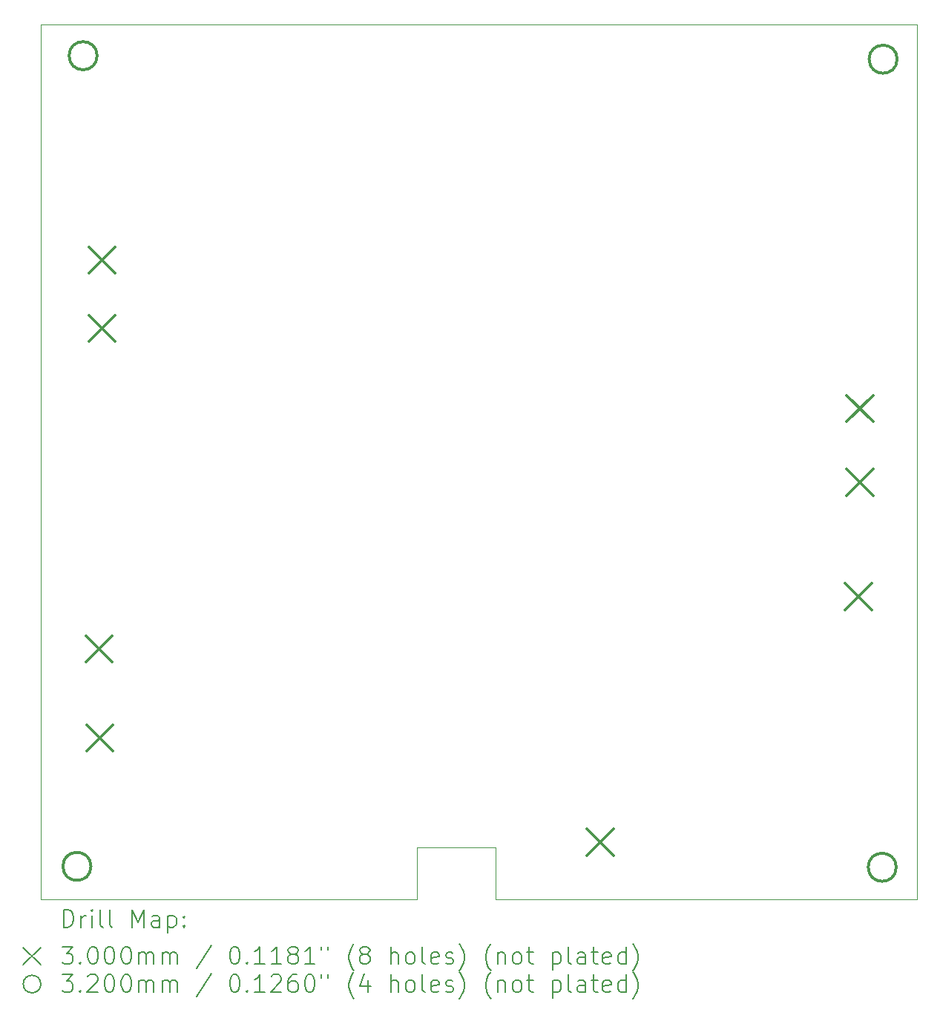
<source format=gbr>
%TF.GenerationSoftware,KiCad,Pcbnew,8.0.0*%
%TF.CreationDate,2024-03-30T13:43:12+01:00*%
%TF.ProjectId,schematic-main_HCU,73636865-6d61-4746-9963-2d6d61696e5f,rev?*%
%TF.SameCoordinates,Original*%
%TF.FileFunction,Drillmap*%
%TF.FilePolarity,Positive*%
%FSLAX45Y45*%
G04 Gerber Fmt 4.5, Leading zero omitted, Abs format (unit mm)*
G04 Created by KiCad (PCBNEW 8.0.0) date 2024-03-30 13:43:12*
%MOMM*%
%LPD*%
G01*
G04 APERTURE LIST*
%ADD10C,0.050000*%
%ADD11C,0.200000*%
%ADD12C,0.300000*%
%ADD13C,0.320000*%
G04 APERTURE END LIST*
D10*
X9190000Y-15180000D02*
X4900000Y-15180000D01*
X4900000Y-15180000D02*
X4900000Y-5190000D01*
X9190000Y-14580000D02*
X10090000Y-14580000D01*
X10090000Y-15180000D02*
X14900000Y-15180000D01*
X10090000Y-15180000D02*
X10090000Y-14580000D01*
X14900000Y-5190000D02*
X14900000Y-15180000D01*
X14900000Y-5190000D02*
X4900000Y-5190000D01*
X9190000Y-15180000D02*
X9190000Y-14580000D01*
D11*
D12*
X5410000Y-12170000D02*
X5710000Y-12470000D01*
X5710000Y-12170000D02*
X5410000Y-12470000D01*
X5422190Y-13185000D02*
X5722190Y-13485000D01*
X5722190Y-13185000D02*
X5422190Y-13485000D01*
X5447500Y-7730000D02*
X5747500Y-8030000D01*
X5747500Y-7730000D02*
X5447500Y-8030000D01*
X5447500Y-8510000D02*
X5747500Y-8810000D01*
X5747500Y-8510000D02*
X5447500Y-8810000D01*
X11131575Y-14372810D02*
X11431575Y-14672810D01*
X11431575Y-14372810D02*
X11131575Y-14672810D01*
X14077810Y-11573425D02*
X14377810Y-11873425D01*
X14377810Y-11573425D02*
X14077810Y-11873425D01*
X14096520Y-9426850D02*
X14396520Y-9726850D01*
X14396520Y-9426850D02*
X14096520Y-9726850D01*
X14096520Y-10266850D02*
X14396520Y-10566850D01*
X14396520Y-10266850D02*
X14096520Y-10566850D01*
D13*
X5470000Y-14800000D02*
G75*
G02*
X5150000Y-14800000I-160000J0D01*
G01*
X5150000Y-14800000D02*
G75*
G02*
X5470000Y-14800000I160000J0D01*
G01*
X5540000Y-5550000D02*
G75*
G02*
X5220000Y-5550000I-160000J0D01*
G01*
X5220000Y-5550000D02*
G75*
G02*
X5540000Y-5550000I160000J0D01*
G01*
X14660000Y-14810000D02*
G75*
G02*
X14340000Y-14810000I-160000J0D01*
G01*
X14340000Y-14810000D02*
G75*
G02*
X14660000Y-14810000I160000J0D01*
G01*
X14670000Y-5590000D02*
G75*
G02*
X14350000Y-5590000I-160000J0D01*
G01*
X14350000Y-5590000D02*
G75*
G02*
X14670000Y-5590000I160000J0D01*
G01*
D11*
X5158277Y-15493984D02*
X5158277Y-15293984D01*
X5158277Y-15293984D02*
X5205896Y-15293984D01*
X5205896Y-15293984D02*
X5234467Y-15303508D01*
X5234467Y-15303508D02*
X5253515Y-15322555D01*
X5253515Y-15322555D02*
X5263039Y-15341603D01*
X5263039Y-15341603D02*
X5272563Y-15379698D01*
X5272563Y-15379698D02*
X5272563Y-15408269D01*
X5272563Y-15408269D02*
X5263039Y-15446365D01*
X5263039Y-15446365D02*
X5253515Y-15465412D01*
X5253515Y-15465412D02*
X5234467Y-15484460D01*
X5234467Y-15484460D02*
X5205896Y-15493984D01*
X5205896Y-15493984D02*
X5158277Y-15493984D01*
X5358277Y-15493984D02*
X5358277Y-15360650D01*
X5358277Y-15398746D02*
X5367801Y-15379698D01*
X5367801Y-15379698D02*
X5377324Y-15370174D01*
X5377324Y-15370174D02*
X5396372Y-15360650D01*
X5396372Y-15360650D02*
X5415420Y-15360650D01*
X5482086Y-15493984D02*
X5482086Y-15360650D01*
X5482086Y-15293984D02*
X5472563Y-15303508D01*
X5472563Y-15303508D02*
X5482086Y-15313031D01*
X5482086Y-15313031D02*
X5491610Y-15303508D01*
X5491610Y-15303508D02*
X5482086Y-15293984D01*
X5482086Y-15293984D02*
X5482086Y-15313031D01*
X5605896Y-15493984D02*
X5586848Y-15484460D01*
X5586848Y-15484460D02*
X5577324Y-15465412D01*
X5577324Y-15465412D02*
X5577324Y-15293984D01*
X5710658Y-15493984D02*
X5691610Y-15484460D01*
X5691610Y-15484460D02*
X5682086Y-15465412D01*
X5682086Y-15465412D02*
X5682086Y-15293984D01*
X5939229Y-15493984D02*
X5939229Y-15293984D01*
X5939229Y-15293984D02*
X6005896Y-15436841D01*
X6005896Y-15436841D02*
X6072562Y-15293984D01*
X6072562Y-15293984D02*
X6072562Y-15493984D01*
X6253515Y-15493984D02*
X6253515Y-15389222D01*
X6253515Y-15389222D02*
X6243991Y-15370174D01*
X6243991Y-15370174D02*
X6224943Y-15360650D01*
X6224943Y-15360650D02*
X6186848Y-15360650D01*
X6186848Y-15360650D02*
X6167801Y-15370174D01*
X6253515Y-15484460D02*
X6234467Y-15493984D01*
X6234467Y-15493984D02*
X6186848Y-15493984D01*
X6186848Y-15493984D02*
X6167801Y-15484460D01*
X6167801Y-15484460D02*
X6158277Y-15465412D01*
X6158277Y-15465412D02*
X6158277Y-15446365D01*
X6158277Y-15446365D02*
X6167801Y-15427317D01*
X6167801Y-15427317D02*
X6186848Y-15417793D01*
X6186848Y-15417793D02*
X6234467Y-15417793D01*
X6234467Y-15417793D02*
X6253515Y-15408269D01*
X6348753Y-15360650D02*
X6348753Y-15560650D01*
X6348753Y-15370174D02*
X6367801Y-15360650D01*
X6367801Y-15360650D02*
X6405896Y-15360650D01*
X6405896Y-15360650D02*
X6424943Y-15370174D01*
X6424943Y-15370174D02*
X6434467Y-15379698D01*
X6434467Y-15379698D02*
X6443991Y-15398746D01*
X6443991Y-15398746D02*
X6443991Y-15455888D01*
X6443991Y-15455888D02*
X6434467Y-15474936D01*
X6434467Y-15474936D02*
X6424943Y-15484460D01*
X6424943Y-15484460D02*
X6405896Y-15493984D01*
X6405896Y-15493984D02*
X6367801Y-15493984D01*
X6367801Y-15493984D02*
X6348753Y-15484460D01*
X6529705Y-15474936D02*
X6539229Y-15484460D01*
X6539229Y-15484460D02*
X6529705Y-15493984D01*
X6529705Y-15493984D02*
X6520182Y-15484460D01*
X6520182Y-15484460D02*
X6529705Y-15474936D01*
X6529705Y-15474936D02*
X6529705Y-15493984D01*
X6529705Y-15370174D02*
X6539229Y-15379698D01*
X6539229Y-15379698D02*
X6529705Y-15389222D01*
X6529705Y-15389222D02*
X6520182Y-15379698D01*
X6520182Y-15379698D02*
X6529705Y-15370174D01*
X6529705Y-15370174D02*
X6529705Y-15389222D01*
X4697500Y-15722500D02*
X4897500Y-15922500D01*
X4897500Y-15722500D02*
X4697500Y-15922500D01*
X5139229Y-15713984D02*
X5263039Y-15713984D01*
X5263039Y-15713984D02*
X5196372Y-15790174D01*
X5196372Y-15790174D02*
X5224944Y-15790174D01*
X5224944Y-15790174D02*
X5243991Y-15799698D01*
X5243991Y-15799698D02*
X5253515Y-15809222D01*
X5253515Y-15809222D02*
X5263039Y-15828269D01*
X5263039Y-15828269D02*
X5263039Y-15875888D01*
X5263039Y-15875888D02*
X5253515Y-15894936D01*
X5253515Y-15894936D02*
X5243991Y-15904460D01*
X5243991Y-15904460D02*
X5224944Y-15913984D01*
X5224944Y-15913984D02*
X5167801Y-15913984D01*
X5167801Y-15913984D02*
X5148753Y-15904460D01*
X5148753Y-15904460D02*
X5139229Y-15894936D01*
X5348753Y-15894936D02*
X5358277Y-15904460D01*
X5358277Y-15904460D02*
X5348753Y-15913984D01*
X5348753Y-15913984D02*
X5339229Y-15904460D01*
X5339229Y-15904460D02*
X5348753Y-15894936D01*
X5348753Y-15894936D02*
X5348753Y-15913984D01*
X5482086Y-15713984D02*
X5501134Y-15713984D01*
X5501134Y-15713984D02*
X5520182Y-15723508D01*
X5520182Y-15723508D02*
X5529705Y-15733031D01*
X5529705Y-15733031D02*
X5539229Y-15752079D01*
X5539229Y-15752079D02*
X5548753Y-15790174D01*
X5548753Y-15790174D02*
X5548753Y-15837793D01*
X5548753Y-15837793D02*
X5539229Y-15875888D01*
X5539229Y-15875888D02*
X5529705Y-15894936D01*
X5529705Y-15894936D02*
X5520182Y-15904460D01*
X5520182Y-15904460D02*
X5501134Y-15913984D01*
X5501134Y-15913984D02*
X5482086Y-15913984D01*
X5482086Y-15913984D02*
X5463039Y-15904460D01*
X5463039Y-15904460D02*
X5453515Y-15894936D01*
X5453515Y-15894936D02*
X5443991Y-15875888D01*
X5443991Y-15875888D02*
X5434467Y-15837793D01*
X5434467Y-15837793D02*
X5434467Y-15790174D01*
X5434467Y-15790174D02*
X5443991Y-15752079D01*
X5443991Y-15752079D02*
X5453515Y-15733031D01*
X5453515Y-15733031D02*
X5463039Y-15723508D01*
X5463039Y-15723508D02*
X5482086Y-15713984D01*
X5672562Y-15713984D02*
X5691610Y-15713984D01*
X5691610Y-15713984D02*
X5710658Y-15723508D01*
X5710658Y-15723508D02*
X5720182Y-15733031D01*
X5720182Y-15733031D02*
X5729705Y-15752079D01*
X5729705Y-15752079D02*
X5739229Y-15790174D01*
X5739229Y-15790174D02*
X5739229Y-15837793D01*
X5739229Y-15837793D02*
X5729705Y-15875888D01*
X5729705Y-15875888D02*
X5720182Y-15894936D01*
X5720182Y-15894936D02*
X5710658Y-15904460D01*
X5710658Y-15904460D02*
X5691610Y-15913984D01*
X5691610Y-15913984D02*
X5672562Y-15913984D01*
X5672562Y-15913984D02*
X5653515Y-15904460D01*
X5653515Y-15904460D02*
X5643991Y-15894936D01*
X5643991Y-15894936D02*
X5634467Y-15875888D01*
X5634467Y-15875888D02*
X5624943Y-15837793D01*
X5624943Y-15837793D02*
X5624943Y-15790174D01*
X5624943Y-15790174D02*
X5634467Y-15752079D01*
X5634467Y-15752079D02*
X5643991Y-15733031D01*
X5643991Y-15733031D02*
X5653515Y-15723508D01*
X5653515Y-15723508D02*
X5672562Y-15713984D01*
X5863039Y-15713984D02*
X5882086Y-15713984D01*
X5882086Y-15713984D02*
X5901134Y-15723508D01*
X5901134Y-15723508D02*
X5910658Y-15733031D01*
X5910658Y-15733031D02*
X5920182Y-15752079D01*
X5920182Y-15752079D02*
X5929705Y-15790174D01*
X5929705Y-15790174D02*
X5929705Y-15837793D01*
X5929705Y-15837793D02*
X5920182Y-15875888D01*
X5920182Y-15875888D02*
X5910658Y-15894936D01*
X5910658Y-15894936D02*
X5901134Y-15904460D01*
X5901134Y-15904460D02*
X5882086Y-15913984D01*
X5882086Y-15913984D02*
X5863039Y-15913984D01*
X5863039Y-15913984D02*
X5843991Y-15904460D01*
X5843991Y-15904460D02*
X5834467Y-15894936D01*
X5834467Y-15894936D02*
X5824943Y-15875888D01*
X5824943Y-15875888D02*
X5815420Y-15837793D01*
X5815420Y-15837793D02*
X5815420Y-15790174D01*
X5815420Y-15790174D02*
X5824943Y-15752079D01*
X5824943Y-15752079D02*
X5834467Y-15733031D01*
X5834467Y-15733031D02*
X5843991Y-15723508D01*
X5843991Y-15723508D02*
X5863039Y-15713984D01*
X6015420Y-15913984D02*
X6015420Y-15780650D01*
X6015420Y-15799698D02*
X6024943Y-15790174D01*
X6024943Y-15790174D02*
X6043991Y-15780650D01*
X6043991Y-15780650D02*
X6072563Y-15780650D01*
X6072563Y-15780650D02*
X6091610Y-15790174D01*
X6091610Y-15790174D02*
X6101134Y-15809222D01*
X6101134Y-15809222D02*
X6101134Y-15913984D01*
X6101134Y-15809222D02*
X6110658Y-15790174D01*
X6110658Y-15790174D02*
X6129705Y-15780650D01*
X6129705Y-15780650D02*
X6158277Y-15780650D01*
X6158277Y-15780650D02*
X6177324Y-15790174D01*
X6177324Y-15790174D02*
X6186848Y-15809222D01*
X6186848Y-15809222D02*
X6186848Y-15913984D01*
X6282086Y-15913984D02*
X6282086Y-15780650D01*
X6282086Y-15799698D02*
X6291610Y-15790174D01*
X6291610Y-15790174D02*
X6310658Y-15780650D01*
X6310658Y-15780650D02*
X6339229Y-15780650D01*
X6339229Y-15780650D02*
X6358277Y-15790174D01*
X6358277Y-15790174D02*
X6367801Y-15809222D01*
X6367801Y-15809222D02*
X6367801Y-15913984D01*
X6367801Y-15809222D02*
X6377324Y-15790174D01*
X6377324Y-15790174D02*
X6396372Y-15780650D01*
X6396372Y-15780650D02*
X6424943Y-15780650D01*
X6424943Y-15780650D02*
X6443991Y-15790174D01*
X6443991Y-15790174D02*
X6453515Y-15809222D01*
X6453515Y-15809222D02*
X6453515Y-15913984D01*
X6843991Y-15704460D02*
X6672563Y-15961603D01*
X7101134Y-15713984D02*
X7120182Y-15713984D01*
X7120182Y-15713984D02*
X7139229Y-15723508D01*
X7139229Y-15723508D02*
X7148753Y-15733031D01*
X7148753Y-15733031D02*
X7158277Y-15752079D01*
X7158277Y-15752079D02*
X7167801Y-15790174D01*
X7167801Y-15790174D02*
X7167801Y-15837793D01*
X7167801Y-15837793D02*
X7158277Y-15875888D01*
X7158277Y-15875888D02*
X7148753Y-15894936D01*
X7148753Y-15894936D02*
X7139229Y-15904460D01*
X7139229Y-15904460D02*
X7120182Y-15913984D01*
X7120182Y-15913984D02*
X7101134Y-15913984D01*
X7101134Y-15913984D02*
X7082086Y-15904460D01*
X7082086Y-15904460D02*
X7072563Y-15894936D01*
X7072563Y-15894936D02*
X7063039Y-15875888D01*
X7063039Y-15875888D02*
X7053515Y-15837793D01*
X7053515Y-15837793D02*
X7053515Y-15790174D01*
X7053515Y-15790174D02*
X7063039Y-15752079D01*
X7063039Y-15752079D02*
X7072563Y-15733031D01*
X7072563Y-15733031D02*
X7082086Y-15723508D01*
X7082086Y-15723508D02*
X7101134Y-15713984D01*
X7253515Y-15894936D02*
X7263039Y-15904460D01*
X7263039Y-15904460D02*
X7253515Y-15913984D01*
X7253515Y-15913984D02*
X7243991Y-15904460D01*
X7243991Y-15904460D02*
X7253515Y-15894936D01*
X7253515Y-15894936D02*
X7253515Y-15913984D01*
X7453515Y-15913984D02*
X7339229Y-15913984D01*
X7396372Y-15913984D02*
X7396372Y-15713984D01*
X7396372Y-15713984D02*
X7377325Y-15742555D01*
X7377325Y-15742555D02*
X7358277Y-15761603D01*
X7358277Y-15761603D02*
X7339229Y-15771127D01*
X7643991Y-15913984D02*
X7529706Y-15913984D01*
X7586848Y-15913984D02*
X7586848Y-15713984D01*
X7586848Y-15713984D02*
X7567801Y-15742555D01*
X7567801Y-15742555D02*
X7548753Y-15761603D01*
X7548753Y-15761603D02*
X7529706Y-15771127D01*
X7758277Y-15799698D02*
X7739229Y-15790174D01*
X7739229Y-15790174D02*
X7729706Y-15780650D01*
X7729706Y-15780650D02*
X7720182Y-15761603D01*
X7720182Y-15761603D02*
X7720182Y-15752079D01*
X7720182Y-15752079D02*
X7729706Y-15733031D01*
X7729706Y-15733031D02*
X7739229Y-15723508D01*
X7739229Y-15723508D02*
X7758277Y-15713984D01*
X7758277Y-15713984D02*
X7796372Y-15713984D01*
X7796372Y-15713984D02*
X7815420Y-15723508D01*
X7815420Y-15723508D02*
X7824944Y-15733031D01*
X7824944Y-15733031D02*
X7834467Y-15752079D01*
X7834467Y-15752079D02*
X7834467Y-15761603D01*
X7834467Y-15761603D02*
X7824944Y-15780650D01*
X7824944Y-15780650D02*
X7815420Y-15790174D01*
X7815420Y-15790174D02*
X7796372Y-15799698D01*
X7796372Y-15799698D02*
X7758277Y-15799698D01*
X7758277Y-15799698D02*
X7739229Y-15809222D01*
X7739229Y-15809222D02*
X7729706Y-15818746D01*
X7729706Y-15818746D02*
X7720182Y-15837793D01*
X7720182Y-15837793D02*
X7720182Y-15875888D01*
X7720182Y-15875888D02*
X7729706Y-15894936D01*
X7729706Y-15894936D02*
X7739229Y-15904460D01*
X7739229Y-15904460D02*
X7758277Y-15913984D01*
X7758277Y-15913984D02*
X7796372Y-15913984D01*
X7796372Y-15913984D02*
X7815420Y-15904460D01*
X7815420Y-15904460D02*
X7824944Y-15894936D01*
X7824944Y-15894936D02*
X7834467Y-15875888D01*
X7834467Y-15875888D02*
X7834467Y-15837793D01*
X7834467Y-15837793D02*
X7824944Y-15818746D01*
X7824944Y-15818746D02*
X7815420Y-15809222D01*
X7815420Y-15809222D02*
X7796372Y-15799698D01*
X8024944Y-15913984D02*
X7910658Y-15913984D01*
X7967801Y-15913984D02*
X7967801Y-15713984D01*
X7967801Y-15713984D02*
X7948753Y-15742555D01*
X7948753Y-15742555D02*
X7929706Y-15761603D01*
X7929706Y-15761603D02*
X7910658Y-15771127D01*
X8101134Y-15713984D02*
X8101134Y-15752079D01*
X8177325Y-15713984D02*
X8177325Y-15752079D01*
X8472563Y-15990174D02*
X8463039Y-15980650D01*
X8463039Y-15980650D02*
X8443991Y-15952079D01*
X8443991Y-15952079D02*
X8434468Y-15933031D01*
X8434468Y-15933031D02*
X8424944Y-15904460D01*
X8424944Y-15904460D02*
X8415420Y-15856841D01*
X8415420Y-15856841D02*
X8415420Y-15818746D01*
X8415420Y-15818746D02*
X8424944Y-15771127D01*
X8424944Y-15771127D02*
X8434468Y-15742555D01*
X8434468Y-15742555D02*
X8443991Y-15723508D01*
X8443991Y-15723508D02*
X8463039Y-15694936D01*
X8463039Y-15694936D02*
X8472563Y-15685412D01*
X8577325Y-15799698D02*
X8558277Y-15790174D01*
X8558277Y-15790174D02*
X8548753Y-15780650D01*
X8548753Y-15780650D02*
X8539230Y-15761603D01*
X8539230Y-15761603D02*
X8539230Y-15752079D01*
X8539230Y-15752079D02*
X8548753Y-15733031D01*
X8548753Y-15733031D02*
X8558277Y-15723508D01*
X8558277Y-15723508D02*
X8577325Y-15713984D01*
X8577325Y-15713984D02*
X8615420Y-15713984D01*
X8615420Y-15713984D02*
X8634468Y-15723508D01*
X8634468Y-15723508D02*
X8643991Y-15733031D01*
X8643991Y-15733031D02*
X8653515Y-15752079D01*
X8653515Y-15752079D02*
X8653515Y-15761603D01*
X8653515Y-15761603D02*
X8643991Y-15780650D01*
X8643991Y-15780650D02*
X8634468Y-15790174D01*
X8634468Y-15790174D02*
X8615420Y-15799698D01*
X8615420Y-15799698D02*
X8577325Y-15799698D01*
X8577325Y-15799698D02*
X8558277Y-15809222D01*
X8558277Y-15809222D02*
X8548753Y-15818746D01*
X8548753Y-15818746D02*
X8539230Y-15837793D01*
X8539230Y-15837793D02*
X8539230Y-15875888D01*
X8539230Y-15875888D02*
X8548753Y-15894936D01*
X8548753Y-15894936D02*
X8558277Y-15904460D01*
X8558277Y-15904460D02*
X8577325Y-15913984D01*
X8577325Y-15913984D02*
X8615420Y-15913984D01*
X8615420Y-15913984D02*
X8634468Y-15904460D01*
X8634468Y-15904460D02*
X8643991Y-15894936D01*
X8643991Y-15894936D02*
X8653515Y-15875888D01*
X8653515Y-15875888D02*
X8653515Y-15837793D01*
X8653515Y-15837793D02*
X8643991Y-15818746D01*
X8643991Y-15818746D02*
X8634468Y-15809222D01*
X8634468Y-15809222D02*
X8615420Y-15799698D01*
X8891611Y-15913984D02*
X8891611Y-15713984D01*
X8977325Y-15913984D02*
X8977325Y-15809222D01*
X8977325Y-15809222D02*
X8967801Y-15790174D01*
X8967801Y-15790174D02*
X8948753Y-15780650D01*
X8948753Y-15780650D02*
X8920182Y-15780650D01*
X8920182Y-15780650D02*
X8901134Y-15790174D01*
X8901134Y-15790174D02*
X8891611Y-15799698D01*
X9101134Y-15913984D02*
X9082087Y-15904460D01*
X9082087Y-15904460D02*
X9072563Y-15894936D01*
X9072563Y-15894936D02*
X9063039Y-15875888D01*
X9063039Y-15875888D02*
X9063039Y-15818746D01*
X9063039Y-15818746D02*
X9072563Y-15799698D01*
X9072563Y-15799698D02*
X9082087Y-15790174D01*
X9082087Y-15790174D02*
X9101134Y-15780650D01*
X9101134Y-15780650D02*
X9129706Y-15780650D01*
X9129706Y-15780650D02*
X9148753Y-15790174D01*
X9148753Y-15790174D02*
X9158277Y-15799698D01*
X9158277Y-15799698D02*
X9167801Y-15818746D01*
X9167801Y-15818746D02*
X9167801Y-15875888D01*
X9167801Y-15875888D02*
X9158277Y-15894936D01*
X9158277Y-15894936D02*
X9148753Y-15904460D01*
X9148753Y-15904460D02*
X9129706Y-15913984D01*
X9129706Y-15913984D02*
X9101134Y-15913984D01*
X9282087Y-15913984D02*
X9263039Y-15904460D01*
X9263039Y-15904460D02*
X9253515Y-15885412D01*
X9253515Y-15885412D02*
X9253515Y-15713984D01*
X9434468Y-15904460D02*
X9415420Y-15913984D01*
X9415420Y-15913984D02*
X9377325Y-15913984D01*
X9377325Y-15913984D02*
X9358277Y-15904460D01*
X9358277Y-15904460D02*
X9348753Y-15885412D01*
X9348753Y-15885412D02*
X9348753Y-15809222D01*
X9348753Y-15809222D02*
X9358277Y-15790174D01*
X9358277Y-15790174D02*
X9377325Y-15780650D01*
X9377325Y-15780650D02*
X9415420Y-15780650D01*
X9415420Y-15780650D02*
X9434468Y-15790174D01*
X9434468Y-15790174D02*
X9443992Y-15809222D01*
X9443992Y-15809222D02*
X9443992Y-15828269D01*
X9443992Y-15828269D02*
X9348753Y-15847317D01*
X9520182Y-15904460D02*
X9539230Y-15913984D01*
X9539230Y-15913984D02*
X9577325Y-15913984D01*
X9577325Y-15913984D02*
X9596373Y-15904460D01*
X9596373Y-15904460D02*
X9605896Y-15885412D01*
X9605896Y-15885412D02*
X9605896Y-15875888D01*
X9605896Y-15875888D02*
X9596373Y-15856841D01*
X9596373Y-15856841D02*
X9577325Y-15847317D01*
X9577325Y-15847317D02*
X9548753Y-15847317D01*
X9548753Y-15847317D02*
X9529706Y-15837793D01*
X9529706Y-15837793D02*
X9520182Y-15818746D01*
X9520182Y-15818746D02*
X9520182Y-15809222D01*
X9520182Y-15809222D02*
X9529706Y-15790174D01*
X9529706Y-15790174D02*
X9548753Y-15780650D01*
X9548753Y-15780650D02*
X9577325Y-15780650D01*
X9577325Y-15780650D02*
X9596373Y-15790174D01*
X9672563Y-15990174D02*
X9682087Y-15980650D01*
X9682087Y-15980650D02*
X9701134Y-15952079D01*
X9701134Y-15952079D02*
X9710658Y-15933031D01*
X9710658Y-15933031D02*
X9720182Y-15904460D01*
X9720182Y-15904460D02*
X9729706Y-15856841D01*
X9729706Y-15856841D02*
X9729706Y-15818746D01*
X9729706Y-15818746D02*
X9720182Y-15771127D01*
X9720182Y-15771127D02*
X9710658Y-15742555D01*
X9710658Y-15742555D02*
X9701134Y-15723508D01*
X9701134Y-15723508D02*
X9682087Y-15694936D01*
X9682087Y-15694936D02*
X9672563Y-15685412D01*
X10034468Y-15990174D02*
X10024944Y-15980650D01*
X10024944Y-15980650D02*
X10005896Y-15952079D01*
X10005896Y-15952079D02*
X9996373Y-15933031D01*
X9996373Y-15933031D02*
X9986849Y-15904460D01*
X9986849Y-15904460D02*
X9977325Y-15856841D01*
X9977325Y-15856841D02*
X9977325Y-15818746D01*
X9977325Y-15818746D02*
X9986849Y-15771127D01*
X9986849Y-15771127D02*
X9996373Y-15742555D01*
X9996373Y-15742555D02*
X10005896Y-15723508D01*
X10005896Y-15723508D02*
X10024944Y-15694936D01*
X10024944Y-15694936D02*
X10034468Y-15685412D01*
X10110658Y-15780650D02*
X10110658Y-15913984D01*
X10110658Y-15799698D02*
X10120182Y-15790174D01*
X10120182Y-15790174D02*
X10139230Y-15780650D01*
X10139230Y-15780650D02*
X10167801Y-15780650D01*
X10167801Y-15780650D02*
X10186849Y-15790174D01*
X10186849Y-15790174D02*
X10196373Y-15809222D01*
X10196373Y-15809222D02*
X10196373Y-15913984D01*
X10320182Y-15913984D02*
X10301134Y-15904460D01*
X10301134Y-15904460D02*
X10291611Y-15894936D01*
X10291611Y-15894936D02*
X10282087Y-15875888D01*
X10282087Y-15875888D02*
X10282087Y-15818746D01*
X10282087Y-15818746D02*
X10291611Y-15799698D01*
X10291611Y-15799698D02*
X10301134Y-15790174D01*
X10301134Y-15790174D02*
X10320182Y-15780650D01*
X10320182Y-15780650D02*
X10348754Y-15780650D01*
X10348754Y-15780650D02*
X10367801Y-15790174D01*
X10367801Y-15790174D02*
X10377325Y-15799698D01*
X10377325Y-15799698D02*
X10386849Y-15818746D01*
X10386849Y-15818746D02*
X10386849Y-15875888D01*
X10386849Y-15875888D02*
X10377325Y-15894936D01*
X10377325Y-15894936D02*
X10367801Y-15904460D01*
X10367801Y-15904460D02*
X10348754Y-15913984D01*
X10348754Y-15913984D02*
X10320182Y-15913984D01*
X10443992Y-15780650D02*
X10520182Y-15780650D01*
X10472563Y-15713984D02*
X10472563Y-15885412D01*
X10472563Y-15885412D02*
X10482087Y-15904460D01*
X10482087Y-15904460D02*
X10501134Y-15913984D01*
X10501134Y-15913984D02*
X10520182Y-15913984D01*
X10739230Y-15780650D02*
X10739230Y-15980650D01*
X10739230Y-15790174D02*
X10758277Y-15780650D01*
X10758277Y-15780650D02*
X10796373Y-15780650D01*
X10796373Y-15780650D02*
X10815420Y-15790174D01*
X10815420Y-15790174D02*
X10824944Y-15799698D01*
X10824944Y-15799698D02*
X10834468Y-15818746D01*
X10834468Y-15818746D02*
X10834468Y-15875888D01*
X10834468Y-15875888D02*
X10824944Y-15894936D01*
X10824944Y-15894936D02*
X10815420Y-15904460D01*
X10815420Y-15904460D02*
X10796373Y-15913984D01*
X10796373Y-15913984D02*
X10758277Y-15913984D01*
X10758277Y-15913984D02*
X10739230Y-15904460D01*
X10948754Y-15913984D02*
X10929706Y-15904460D01*
X10929706Y-15904460D02*
X10920182Y-15885412D01*
X10920182Y-15885412D02*
X10920182Y-15713984D01*
X11110658Y-15913984D02*
X11110658Y-15809222D01*
X11110658Y-15809222D02*
X11101135Y-15790174D01*
X11101135Y-15790174D02*
X11082087Y-15780650D01*
X11082087Y-15780650D02*
X11043992Y-15780650D01*
X11043992Y-15780650D02*
X11024944Y-15790174D01*
X11110658Y-15904460D02*
X11091611Y-15913984D01*
X11091611Y-15913984D02*
X11043992Y-15913984D01*
X11043992Y-15913984D02*
X11024944Y-15904460D01*
X11024944Y-15904460D02*
X11015420Y-15885412D01*
X11015420Y-15885412D02*
X11015420Y-15866365D01*
X11015420Y-15866365D02*
X11024944Y-15847317D01*
X11024944Y-15847317D02*
X11043992Y-15837793D01*
X11043992Y-15837793D02*
X11091611Y-15837793D01*
X11091611Y-15837793D02*
X11110658Y-15828269D01*
X11177325Y-15780650D02*
X11253515Y-15780650D01*
X11205896Y-15713984D02*
X11205896Y-15885412D01*
X11205896Y-15885412D02*
X11215420Y-15904460D01*
X11215420Y-15904460D02*
X11234468Y-15913984D01*
X11234468Y-15913984D02*
X11253515Y-15913984D01*
X11396373Y-15904460D02*
X11377325Y-15913984D01*
X11377325Y-15913984D02*
X11339230Y-15913984D01*
X11339230Y-15913984D02*
X11320182Y-15904460D01*
X11320182Y-15904460D02*
X11310658Y-15885412D01*
X11310658Y-15885412D02*
X11310658Y-15809222D01*
X11310658Y-15809222D02*
X11320182Y-15790174D01*
X11320182Y-15790174D02*
X11339230Y-15780650D01*
X11339230Y-15780650D02*
X11377325Y-15780650D01*
X11377325Y-15780650D02*
X11396373Y-15790174D01*
X11396373Y-15790174D02*
X11405896Y-15809222D01*
X11405896Y-15809222D02*
X11405896Y-15828269D01*
X11405896Y-15828269D02*
X11310658Y-15847317D01*
X11577325Y-15913984D02*
X11577325Y-15713984D01*
X11577325Y-15904460D02*
X11558277Y-15913984D01*
X11558277Y-15913984D02*
X11520182Y-15913984D01*
X11520182Y-15913984D02*
X11501134Y-15904460D01*
X11501134Y-15904460D02*
X11491611Y-15894936D01*
X11491611Y-15894936D02*
X11482087Y-15875888D01*
X11482087Y-15875888D02*
X11482087Y-15818746D01*
X11482087Y-15818746D02*
X11491611Y-15799698D01*
X11491611Y-15799698D02*
X11501134Y-15790174D01*
X11501134Y-15790174D02*
X11520182Y-15780650D01*
X11520182Y-15780650D02*
X11558277Y-15780650D01*
X11558277Y-15780650D02*
X11577325Y-15790174D01*
X11653515Y-15990174D02*
X11663039Y-15980650D01*
X11663039Y-15980650D02*
X11682087Y-15952079D01*
X11682087Y-15952079D02*
X11691611Y-15933031D01*
X11691611Y-15933031D02*
X11701134Y-15904460D01*
X11701134Y-15904460D02*
X11710658Y-15856841D01*
X11710658Y-15856841D02*
X11710658Y-15818746D01*
X11710658Y-15818746D02*
X11701134Y-15771127D01*
X11701134Y-15771127D02*
X11691611Y-15742555D01*
X11691611Y-15742555D02*
X11682087Y-15723508D01*
X11682087Y-15723508D02*
X11663039Y-15694936D01*
X11663039Y-15694936D02*
X11653515Y-15685412D01*
X4897500Y-16142500D02*
G75*
G02*
X4697500Y-16142500I-100000J0D01*
G01*
X4697500Y-16142500D02*
G75*
G02*
X4897500Y-16142500I100000J0D01*
G01*
X5139229Y-16033984D02*
X5263039Y-16033984D01*
X5263039Y-16033984D02*
X5196372Y-16110174D01*
X5196372Y-16110174D02*
X5224944Y-16110174D01*
X5224944Y-16110174D02*
X5243991Y-16119698D01*
X5243991Y-16119698D02*
X5253515Y-16129222D01*
X5253515Y-16129222D02*
X5263039Y-16148269D01*
X5263039Y-16148269D02*
X5263039Y-16195888D01*
X5263039Y-16195888D02*
X5253515Y-16214936D01*
X5253515Y-16214936D02*
X5243991Y-16224460D01*
X5243991Y-16224460D02*
X5224944Y-16233984D01*
X5224944Y-16233984D02*
X5167801Y-16233984D01*
X5167801Y-16233984D02*
X5148753Y-16224460D01*
X5148753Y-16224460D02*
X5139229Y-16214936D01*
X5348753Y-16214936D02*
X5358277Y-16224460D01*
X5358277Y-16224460D02*
X5348753Y-16233984D01*
X5348753Y-16233984D02*
X5339229Y-16224460D01*
X5339229Y-16224460D02*
X5348753Y-16214936D01*
X5348753Y-16214936D02*
X5348753Y-16233984D01*
X5434467Y-16053031D02*
X5443991Y-16043508D01*
X5443991Y-16043508D02*
X5463039Y-16033984D01*
X5463039Y-16033984D02*
X5510658Y-16033984D01*
X5510658Y-16033984D02*
X5529705Y-16043508D01*
X5529705Y-16043508D02*
X5539229Y-16053031D01*
X5539229Y-16053031D02*
X5548753Y-16072079D01*
X5548753Y-16072079D02*
X5548753Y-16091127D01*
X5548753Y-16091127D02*
X5539229Y-16119698D01*
X5539229Y-16119698D02*
X5424944Y-16233984D01*
X5424944Y-16233984D02*
X5548753Y-16233984D01*
X5672562Y-16033984D02*
X5691610Y-16033984D01*
X5691610Y-16033984D02*
X5710658Y-16043508D01*
X5710658Y-16043508D02*
X5720182Y-16053031D01*
X5720182Y-16053031D02*
X5729705Y-16072079D01*
X5729705Y-16072079D02*
X5739229Y-16110174D01*
X5739229Y-16110174D02*
X5739229Y-16157793D01*
X5739229Y-16157793D02*
X5729705Y-16195888D01*
X5729705Y-16195888D02*
X5720182Y-16214936D01*
X5720182Y-16214936D02*
X5710658Y-16224460D01*
X5710658Y-16224460D02*
X5691610Y-16233984D01*
X5691610Y-16233984D02*
X5672562Y-16233984D01*
X5672562Y-16233984D02*
X5653515Y-16224460D01*
X5653515Y-16224460D02*
X5643991Y-16214936D01*
X5643991Y-16214936D02*
X5634467Y-16195888D01*
X5634467Y-16195888D02*
X5624943Y-16157793D01*
X5624943Y-16157793D02*
X5624943Y-16110174D01*
X5624943Y-16110174D02*
X5634467Y-16072079D01*
X5634467Y-16072079D02*
X5643991Y-16053031D01*
X5643991Y-16053031D02*
X5653515Y-16043508D01*
X5653515Y-16043508D02*
X5672562Y-16033984D01*
X5863039Y-16033984D02*
X5882086Y-16033984D01*
X5882086Y-16033984D02*
X5901134Y-16043508D01*
X5901134Y-16043508D02*
X5910658Y-16053031D01*
X5910658Y-16053031D02*
X5920182Y-16072079D01*
X5920182Y-16072079D02*
X5929705Y-16110174D01*
X5929705Y-16110174D02*
X5929705Y-16157793D01*
X5929705Y-16157793D02*
X5920182Y-16195888D01*
X5920182Y-16195888D02*
X5910658Y-16214936D01*
X5910658Y-16214936D02*
X5901134Y-16224460D01*
X5901134Y-16224460D02*
X5882086Y-16233984D01*
X5882086Y-16233984D02*
X5863039Y-16233984D01*
X5863039Y-16233984D02*
X5843991Y-16224460D01*
X5843991Y-16224460D02*
X5834467Y-16214936D01*
X5834467Y-16214936D02*
X5824943Y-16195888D01*
X5824943Y-16195888D02*
X5815420Y-16157793D01*
X5815420Y-16157793D02*
X5815420Y-16110174D01*
X5815420Y-16110174D02*
X5824943Y-16072079D01*
X5824943Y-16072079D02*
X5834467Y-16053031D01*
X5834467Y-16053031D02*
X5843991Y-16043508D01*
X5843991Y-16043508D02*
X5863039Y-16033984D01*
X6015420Y-16233984D02*
X6015420Y-16100650D01*
X6015420Y-16119698D02*
X6024943Y-16110174D01*
X6024943Y-16110174D02*
X6043991Y-16100650D01*
X6043991Y-16100650D02*
X6072563Y-16100650D01*
X6072563Y-16100650D02*
X6091610Y-16110174D01*
X6091610Y-16110174D02*
X6101134Y-16129222D01*
X6101134Y-16129222D02*
X6101134Y-16233984D01*
X6101134Y-16129222D02*
X6110658Y-16110174D01*
X6110658Y-16110174D02*
X6129705Y-16100650D01*
X6129705Y-16100650D02*
X6158277Y-16100650D01*
X6158277Y-16100650D02*
X6177324Y-16110174D01*
X6177324Y-16110174D02*
X6186848Y-16129222D01*
X6186848Y-16129222D02*
X6186848Y-16233984D01*
X6282086Y-16233984D02*
X6282086Y-16100650D01*
X6282086Y-16119698D02*
X6291610Y-16110174D01*
X6291610Y-16110174D02*
X6310658Y-16100650D01*
X6310658Y-16100650D02*
X6339229Y-16100650D01*
X6339229Y-16100650D02*
X6358277Y-16110174D01*
X6358277Y-16110174D02*
X6367801Y-16129222D01*
X6367801Y-16129222D02*
X6367801Y-16233984D01*
X6367801Y-16129222D02*
X6377324Y-16110174D01*
X6377324Y-16110174D02*
X6396372Y-16100650D01*
X6396372Y-16100650D02*
X6424943Y-16100650D01*
X6424943Y-16100650D02*
X6443991Y-16110174D01*
X6443991Y-16110174D02*
X6453515Y-16129222D01*
X6453515Y-16129222D02*
X6453515Y-16233984D01*
X6843991Y-16024460D02*
X6672563Y-16281603D01*
X7101134Y-16033984D02*
X7120182Y-16033984D01*
X7120182Y-16033984D02*
X7139229Y-16043508D01*
X7139229Y-16043508D02*
X7148753Y-16053031D01*
X7148753Y-16053031D02*
X7158277Y-16072079D01*
X7158277Y-16072079D02*
X7167801Y-16110174D01*
X7167801Y-16110174D02*
X7167801Y-16157793D01*
X7167801Y-16157793D02*
X7158277Y-16195888D01*
X7158277Y-16195888D02*
X7148753Y-16214936D01*
X7148753Y-16214936D02*
X7139229Y-16224460D01*
X7139229Y-16224460D02*
X7120182Y-16233984D01*
X7120182Y-16233984D02*
X7101134Y-16233984D01*
X7101134Y-16233984D02*
X7082086Y-16224460D01*
X7082086Y-16224460D02*
X7072563Y-16214936D01*
X7072563Y-16214936D02*
X7063039Y-16195888D01*
X7063039Y-16195888D02*
X7053515Y-16157793D01*
X7053515Y-16157793D02*
X7053515Y-16110174D01*
X7053515Y-16110174D02*
X7063039Y-16072079D01*
X7063039Y-16072079D02*
X7072563Y-16053031D01*
X7072563Y-16053031D02*
X7082086Y-16043508D01*
X7082086Y-16043508D02*
X7101134Y-16033984D01*
X7253515Y-16214936D02*
X7263039Y-16224460D01*
X7263039Y-16224460D02*
X7253515Y-16233984D01*
X7253515Y-16233984D02*
X7243991Y-16224460D01*
X7243991Y-16224460D02*
X7253515Y-16214936D01*
X7253515Y-16214936D02*
X7253515Y-16233984D01*
X7453515Y-16233984D02*
X7339229Y-16233984D01*
X7396372Y-16233984D02*
X7396372Y-16033984D01*
X7396372Y-16033984D02*
X7377325Y-16062555D01*
X7377325Y-16062555D02*
X7358277Y-16081603D01*
X7358277Y-16081603D02*
X7339229Y-16091127D01*
X7529706Y-16053031D02*
X7539229Y-16043508D01*
X7539229Y-16043508D02*
X7558277Y-16033984D01*
X7558277Y-16033984D02*
X7605896Y-16033984D01*
X7605896Y-16033984D02*
X7624944Y-16043508D01*
X7624944Y-16043508D02*
X7634467Y-16053031D01*
X7634467Y-16053031D02*
X7643991Y-16072079D01*
X7643991Y-16072079D02*
X7643991Y-16091127D01*
X7643991Y-16091127D02*
X7634467Y-16119698D01*
X7634467Y-16119698D02*
X7520182Y-16233984D01*
X7520182Y-16233984D02*
X7643991Y-16233984D01*
X7815420Y-16033984D02*
X7777325Y-16033984D01*
X7777325Y-16033984D02*
X7758277Y-16043508D01*
X7758277Y-16043508D02*
X7748753Y-16053031D01*
X7748753Y-16053031D02*
X7729706Y-16081603D01*
X7729706Y-16081603D02*
X7720182Y-16119698D01*
X7720182Y-16119698D02*
X7720182Y-16195888D01*
X7720182Y-16195888D02*
X7729706Y-16214936D01*
X7729706Y-16214936D02*
X7739229Y-16224460D01*
X7739229Y-16224460D02*
X7758277Y-16233984D01*
X7758277Y-16233984D02*
X7796372Y-16233984D01*
X7796372Y-16233984D02*
X7815420Y-16224460D01*
X7815420Y-16224460D02*
X7824944Y-16214936D01*
X7824944Y-16214936D02*
X7834467Y-16195888D01*
X7834467Y-16195888D02*
X7834467Y-16148269D01*
X7834467Y-16148269D02*
X7824944Y-16129222D01*
X7824944Y-16129222D02*
X7815420Y-16119698D01*
X7815420Y-16119698D02*
X7796372Y-16110174D01*
X7796372Y-16110174D02*
X7758277Y-16110174D01*
X7758277Y-16110174D02*
X7739229Y-16119698D01*
X7739229Y-16119698D02*
X7729706Y-16129222D01*
X7729706Y-16129222D02*
X7720182Y-16148269D01*
X7958277Y-16033984D02*
X7977325Y-16033984D01*
X7977325Y-16033984D02*
X7996372Y-16043508D01*
X7996372Y-16043508D02*
X8005896Y-16053031D01*
X8005896Y-16053031D02*
X8015420Y-16072079D01*
X8015420Y-16072079D02*
X8024944Y-16110174D01*
X8024944Y-16110174D02*
X8024944Y-16157793D01*
X8024944Y-16157793D02*
X8015420Y-16195888D01*
X8015420Y-16195888D02*
X8005896Y-16214936D01*
X8005896Y-16214936D02*
X7996372Y-16224460D01*
X7996372Y-16224460D02*
X7977325Y-16233984D01*
X7977325Y-16233984D02*
X7958277Y-16233984D01*
X7958277Y-16233984D02*
X7939229Y-16224460D01*
X7939229Y-16224460D02*
X7929706Y-16214936D01*
X7929706Y-16214936D02*
X7920182Y-16195888D01*
X7920182Y-16195888D02*
X7910658Y-16157793D01*
X7910658Y-16157793D02*
X7910658Y-16110174D01*
X7910658Y-16110174D02*
X7920182Y-16072079D01*
X7920182Y-16072079D02*
X7929706Y-16053031D01*
X7929706Y-16053031D02*
X7939229Y-16043508D01*
X7939229Y-16043508D02*
X7958277Y-16033984D01*
X8101134Y-16033984D02*
X8101134Y-16072079D01*
X8177325Y-16033984D02*
X8177325Y-16072079D01*
X8472563Y-16310174D02*
X8463039Y-16300650D01*
X8463039Y-16300650D02*
X8443991Y-16272079D01*
X8443991Y-16272079D02*
X8434468Y-16253031D01*
X8434468Y-16253031D02*
X8424944Y-16224460D01*
X8424944Y-16224460D02*
X8415420Y-16176841D01*
X8415420Y-16176841D02*
X8415420Y-16138746D01*
X8415420Y-16138746D02*
X8424944Y-16091127D01*
X8424944Y-16091127D02*
X8434468Y-16062555D01*
X8434468Y-16062555D02*
X8443991Y-16043508D01*
X8443991Y-16043508D02*
X8463039Y-16014936D01*
X8463039Y-16014936D02*
X8472563Y-16005412D01*
X8634468Y-16100650D02*
X8634468Y-16233984D01*
X8586849Y-16024460D02*
X8539230Y-16167317D01*
X8539230Y-16167317D02*
X8663039Y-16167317D01*
X8891611Y-16233984D02*
X8891611Y-16033984D01*
X8977325Y-16233984D02*
X8977325Y-16129222D01*
X8977325Y-16129222D02*
X8967801Y-16110174D01*
X8967801Y-16110174D02*
X8948753Y-16100650D01*
X8948753Y-16100650D02*
X8920182Y-16100650D01*
X8920182Y-16100650D02*
X8901134Y-16110174D01*
X8901134Y-16110174D02*
X8891611Y-16119698D01*
X9101134Y-16233984D02*
X9082087Y-16224460D01*
X9082087Y-16224460D02*
X9072563Y-16214936D01*
X9072563Y-16214936D02*
X9063039Y-16195888D01*
X9063039Y-16195888D02*
X9063039Y-16138746D01*
X9063039Y-16138746D02*
X9072563Y-16119698D01*
X9072563Y-16119698D02*
X9082087Y-16110174D01*
X9082087Y-16110174D02*
X9101134Y-16100650D01*
X9101134Y-16100650D02*
X9129706Y-16100650D01*
X9129706Y-16100650D02*
X9148753Y-16110174D01*
X9148753Y-16110174D02*
X9158277Y-16119698D01*
X9158277Y-16119698D02*
X9167801Y-16138746D01*
X9167801Y-16138746D02*
X9167801Y-16195888D01*
X9167801Y-16195888D02*
X9158277Y-16214936D01*
X9158277Y-16214936D02*
X9148753Y-16224460D01*
X9148753Y-16224460D02*
X9129706Y-16233984D01*
X9129706Y-16233984D02*
X9101134Y-16233984D01*
X9282087Y-16233984D02*
X9263039Y-16224460D01*
X9263039Y-16224460D02*
X9253515Y-16205412D01*
X9253515Y-16205412D02*
X9253515Y-16033984D01*
X9434468Y-16224460D02*
X9415420Y-16233984D01*
X9415420Y-16233984D02*
X9377325Y-16233984D01*
X9377325Y-16233984D02*
X9358277Y-16224460D01*
X9358277Y-16224460D02*
X9348753Y-16205412D01*
X9348753Y-16205412D02*
X9348753Y-16129222D01*
X9348753Y-16129222D02*
X9358277Y-16110174D01*
X9358277Y-16110174D02*
X9377325Y-16100650D01*
X9377325Y-16100650D02*
X9415420Y-16100650D01*
X9415420Y-16100650D02*
X9434468Y-16110174D01*
X9434468Y-16110174D02*
X9443992Y-16129222D01*
X9443992Y-16129222D02*
X9443992Y-16148269D01*
X9443992Y-16148269D02*
X9348753Y-16167317D01*
X9520182Y-16224460D02*
X9539230Y-16233984D01*
X9539230Y-16233984D02*
X9577325Y-16233984D01*
X9577325Y-16233984D02*
X9596373Y-16224460D01*
X9596373Y-16224460D02*
X9605896Y-16205412D01*
X9605896Y-16205412D02*
X9605896Y-16195888D01*
X9605896Y-16195888D02*
X9596373Y-16176841D01*
X9596373Y-16176841D02*
X9577325Y-16167317D01*
X9577325Y-16167317D02*
X9548753Y-16167317D01*
X9548753Y-16167317D02*
X9529706Y-16157793D01*
X9529706Y-16157793D02*
X9520182Y-16138746D01*
X9520182Y-16138746D02*
X9520182Y-16129222D01*
X9520182Y-16129222D02*
X9529706Y-16110174D01*
X9529706Y-16110174D02*
X9548753Y-16100650D01*
X9548753Y-16100650D02*
X9577325Y-16100650D01*
X9577325Y-16100650D02*
X9596373Y-16110174D01*
X9672563Y-16310174D02*
X9682087Y-16300650D01*
X9682087Y-16300650D02*
X9701134Y-16272079D01*
X9701134Y-16272079D02*
X9710658Y-16253031D01*
X9710658Y-16253031D02*
X9720182Y-16224460D01*
X9720182Y-16224460D02*
X9729706Y-16176841D01*
X9729706Y-16176841D02*
X9729706Y-16138746D01*
X9729706Y-16138746D02*
X9720182Y-16091127D01*
X9720182Y-16091127D02*
X9710658Y-16062555D01*
X9710658Y-16062555D02*
X9701134Y-16043508D01*
X9701134Y-16043508D02*
X9682087Y-16014936D01*
X9682087Y-16014936D02*
X9672563Y-16005412D01*
X10034468Y-16310174D02*
X10024944Y-16300650D01*
X10024944Y-16300650D02*
X10005896Y-16272079D01*
X10005896Y-16272079D02*
X9996373Y-16253031D01*
X9996373Y-16253031D02*
X9986849Y-16224460D01*
X9986849Y-16224460D02*
X9977325Y-16176841D01*
X9977325Y-16176841D02*
X9977325Y-16138746D01*
X9977325Y-16138746D02*
X9986849Y-16091127D01*
X9986849Y-16091127D02*
X9996373Y-16062555D01*
X9996373Y-16062555D02*
X10005896Y-16043508D01*
X10005896Y-16043508D02*
X10024944Y-16014936D01*
X10024944Y-16014936D02*
X10034468Y-16005412D01*
X10110658Y-16100650D02*
X10110658Y-16233984D01*
X10110658Y-16119698D02*
X10120182Y-16110174D01*
X10120182Y-16110174D02*
X10139230Y-16100650D01*
X10139230Y-16100650D02*
X10167801Y-16100650D01*
X10167801Y-16100650D02*
X10186849Y-16110174D01*
X10186849Y-16110174D02*
X10196373Y-16129222D01*
X10196373Y-16129222D02*
X10196373Y-16233984D01*
X10320182Y-16233984D02*
X10301134Y-16224460D01*
X10301134Y-16224460D02*
X10291611Y-16214936D01*
X10291611Y-16214936D02*
X10282087Y-16195888D01*
X10282087Y-16195888D02*
X10282087Y-16138746D01*
X10282087Y-16138746D02*
X10291611Y-16119698D01*
X10291611Y-16119698D02*
X10301134Y-16110174D01*
X10301134Y-16110174D02*
X10320182Y-16100650D01*
X10320182Y-16100650D02*
X10348754Y-16100650D01*
X10348754Y-16100650D02*
X10367801Y-16110174D01*
X10367801Y-16110174D02*
X10377325Y-16119698D01*
X10377325Y-16119698D02*
X10386849Y-16138746D01*
X10386849Y-16138746D02*
X10386849Y-16195888D01*
X10386849Y-16195888D02*
X10377325Y-16214936D01*
X10377325Y-16214936D02*
X10367801Y-16224460D01*
X10367801Y-16224460D02*
X10348754Y-16233984D01*
X10348754Y-16233984D02*
X10320182Y-16233984D01*
X10443992Y-16100650D02*
X10520182Y-16100650D01*
X10472563Y-16033984D02*
X10472563Y-16205412D01*
X10472563Y-16205412D02*
X10482087Y-16224460D01*
X10482087Y-16224460D02*
X10501134Y-16233984D01*
X10501134Y-16233984D02*
X10520182Y-16233984D01*
X10739230Y-16100650D02*
X10739230Y-16300650D01*
X10739230Y-16110174D02*
X10758277Y-16100650D01*
X10758277Y-16100650D02*
X10796373Y-16100650D01*
X10796373Y-16100650D02*
X10815420Y-16110174D01*
X10815420Y-16110174D02*
X10824944Y-16119698D01*
X10824944Y-16119698D02*
X10834468Y-16138746D01*
X10834468Y-16138746D02*
X10834468Y-16195888D01*
X10834468Y-16195888D02*
X10824944Y-16214936D01*
X10824944Y-16214936D02*
X10815420Y-16224460D01*
X10815420Y-16224460D02*
X10796373Y-16233984D01*
X10796373Y-16233984D02*
X10758277Y-16233984D01*
X10758277Y-16233984D02*
X10739230Y-16224460D01*
X10948754Y-16233984D02*
X10929706Y-16224460D01*
X10929706Y-16224460D02*
X10920182Y-16205412D01*
X10920182Y-16205412D02*
X10920182Y-16033984D01*
X11110658Y-16233984D02*
X11110658Y-16129222D01*
X11110658Y-16129222D02*
X11101135Y-16110174D01*
X11101135Y-16110174D02*
X11082087Y-16100650D01*
X11082087Y-16100650D02*
X11043992Y-16100650D01*
X11043992Y-16100650D02*
X11024944Y-16110174D01*
X11110658Y-16224460D02*
X11091611Y-16233984D01*
X11091611Y-16233984D02*
X11043992Y-16233984D01*
X11043992Y-16233984D02*
X11024944Y-16224460D01*
X11024944Y-16224460D02*
X11015420Y-16205412D01*
X11015420Y-16205412D02*
X11015420Y-16186365D01*
X11015420Y-16186365D02*
X11024944Y-16167317D01*
X11024944Y-16167317D02*
X11043992Y-16157793D01*
X11043992Y-16157793D02*
X11091611Y-16157793D01*
X11091611Y-16157793D02*
X11110658Y-16148269D01*
X11177325Y-16100650D02*
X11253515Y-16100650D01*
X11205896Y-16033984D02*
X11205896Y-16205412D01*
X11205896Y-16205412D02*
X11215420Y-16224460D01*
X11215420Y-16224460D02*
X11234468Y-16233984D01*
X11234468Y-16233984D02*
X11253515Y-16233984D01*
X11396373Y-16224460D02*
X11377325Y-16233984D01*
X11377325Y-16233984D02*
X11339230Y-16233984D01*
X11339230Y-16233984D02*
X11320182Y-16224460D01*
X11320182Y-16224460D02*
X11310658Y-16205412D01*
X11310658Y-16205412D02*
X11310658Y-16129222D01*
X11310658Y-16129222D02*
X11320182Y-16110174D01*
X11320182Y-16110174D02*
X11339230Y-16100650D01*
X11339230Y-16100650D02*
X11377325Y-16100650D01*
X11377325Y-16100650D02*
X11396373Y-16110174D01*
X11396373Y-16110174D02*
X11405896Y-16129222D01*
X11405896Y-16129222D02*
X11405896Y-16148269D01*
X11405896Y-16148269D02*
X11310658Y-16167317D01*
X11577325Y-16233984D02*
X11577325Y-16033984D01*
X11577325Y-16224460D02*
X11558277Y-16233984D01*
X11558277Y-16233984D02*
X11520182Y-16233984D01*
X11520182Y-16233984D02*
X11501134Y-16224460D01*
X11501134Y-16224460D02*
X11491611Y-16214936D01*
X11491611Y-16214936D02*
X11482087Y-16195888D01*
X11482087Y-16195888D02*
X11482087Y-16138746D01*
X11482087Y-16138746D02*
X11491611Y-16119698D01*
X11491611Y-16119698D02*
X11501134Y-16110174D01*
X11501134Y-16110174D02*
X11520182Y-16100650D01*
X11520182Y-16100650D02*
X11558277Y-16100650D01*
X11558277Y-16100650D02*
X11577325Y-16110174D01*
X11653515Y-16310174D02*
X11663039Y-16300650D01*
X11663039Y-16300650D02*
X11682087Y-16272079D01*
X11682087Y-16272079D02*
X11691611Y-16253031D01*
X11691611Y-16253031D02*
X11701134Y-16224460D01*
X11701134Y-16224460D02*
X11710658Y-16176841D01*
X11710658Y-16176841D02*
X11710658Y-16138746D01*
X11710658Y-16138746D02*
X11701134Y-16091127D01*
X11701134Y-16091127D02*
X11691611Y-16062555D01*
X11691611Y-16062555D02*
X11682087Y-16043508D01*
X11682087Y-16043508D02*
X11663039Y-16014936D01*
X11663039Y-16014936D02*
X11653515Y-16005412D01*
M02*

</source>
